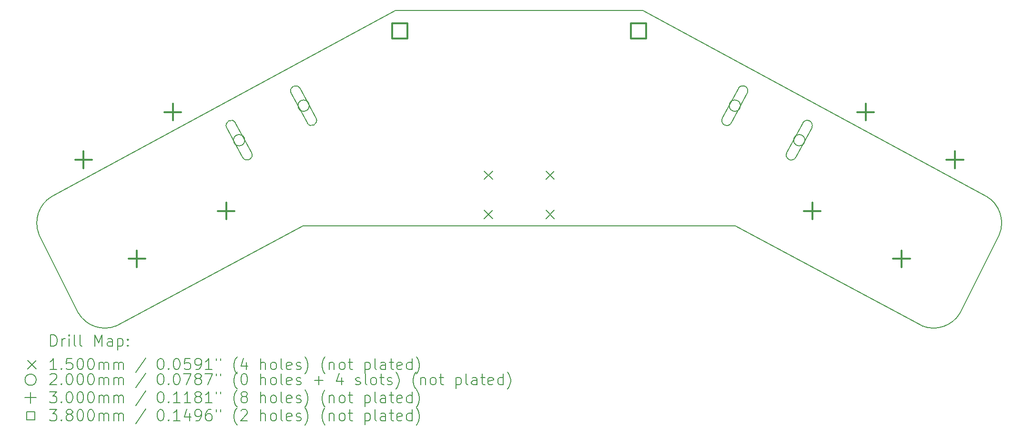
<source format=gbr>
%FSLAX45Y45*%
G04 Gerber Fmt 4.5, Leading zero omitted, Abs format (unit mm)*
G04 Created by KiCad (PCBNEW (6.0.0)) date 2022-01-12 03:25:53*
%MOMM*%
%LPD*%
G01*
G04 APERTURE LIST*
%TA.AperFunction,Profile*%
%ADD10C,0.200000*%
%TD*%
%ADD11C,0.200000*%
%ADD12C,0.150000*%
%ADD13C,0.300000*%
%ADD14C,0.380000*%
G04 APERTURE END LIST*
D10*
X-8300000Y-3305000D02*
G75*
G03*
X-8530000Y-3990000I277519J-474295D01*
G01*
X-7834381Y-5381580D02*
G75*
G03*
X-7155000Y-5611580I472151J276265D01*
G01*
X7155000Y-5611580D02*
G75*
G03*
X7834381Y-5381580I207165J506459D01*
G01*
X3840000Y-3830000D02*
X7155000Y-5611580D01*
X7834381Y-5381580D02*
X8530000Y-3990000D01*
X8530000Y-3990000D02*
G75*
G03*
X8300000Y-3305000I-507519J210705D01*
G01*
X8300000Y-3305000D02*
X2200000Y0D01*
X0Y0D02*
X-2200000Y0D01*
X-3840000Y-3830000D02*
X0Y-3830000D01*
X-8530000Y-3990000D02*
X-7834381Y-5381580D01*
X-2200000Y0D02*
X-8300000Y-3305000D01*
X2200000Y0D02*
X0Y0D01*
X0Y-3830000D02*
X3840000Y-3830000D01*
X-7155000Y-5611580D02*
X-3840000Y-3830000D01*
D11*
D12*
X-625000Y-2855000D02*
X-475000Y-3005000D01*
X-475000Y-2855000D02*
X-625000Y-3005000D01*
X-625000Y-3555000D02*
X-475000Y-3705000D01*
X-475000Y-3555000D02*
X-625000Y-3705000D01*
X475000Y-2855000D02*
X625000Y-3005000D01*
X625000Y-2855000D02*
X475000Y-3005000D01*
X475000Y-3555000D02*
X625000Y-3705000D01*
X625000Y-3555000D02*
X475000Y-3705000D01*
D11*
X-4876437Y-2306721D02*
G75*
G03*
X-4876437Y-2306721I-100000J0D01*
G01*
X-5197713Y-2085053D02*
X-4913721Y-2613587D01*
X-5039153Y-1999855D02*
X-4755161Y-2528390D01*
X-4913721Y-2613587D02*
G75*
G03*
X-4755161Y-2528390I79280J42599D01*
G01*
X-5039153Y-1999855D02*
G75*
G03*
X-5197713Y-2085053I-79280J-42599D01*
G01*
X-3731279Y-1691406D02*
G75*
G03*
X-3731279Y-1691406I-100000J0D01*
G01*
X-4052555Y-1469737D02*
X-3768563Y-1998272D01*
X-3893995Y-1384540D02*
X-3610003Y-1913074D01*
X-3768563Y-1998272D02*
G75*
G03*
X-3610003Y-1913074I79280J42599D01*
G01*
X-3893995Y-1384540D02*
G75*
G03*
X-4052555Y-1469737I-79280J-42599D01*
G01*
X3931279Y-1691406D02*
G75*
G03*
X3931279Y-1691406I-100000J0D01*
G01*
X3768563Y-1998272D02*
X4052555Y-1469737D01*
X3610003Y-1913074D02*
X3893995Y-1384540D01*
X4052555Y-1469737D02*
G75*
G03*
X3893995Y-1384540I-79280J42599D01*
G01*
X3610003Y-1913074D02*
G75*
G03*
X3768563Y-1998272I79280J-42599D01*
G01*
X5076437Y-2306721D02*
G75*
G03*
X5076437Y-2306721I-100000J0D01*
G01*
X4913721Y-2613587D02*
X5197713Y-2085053D01*
X4755161Y-2528390D02*
X5039153Y-1999855D01*
X5197713Y-2085053D02*
G75*
G03*
X5039153Y-1999855I-79280J42599D01*
G01*
X4755161Y-2528390D02*
G75*
G03*
X4913721Y-2613587I79280J-42599D01*
G01*
D13*
X-7740073Y-2506462D02*
X-7740073Y-2806462D01*
X-7890073Y-2656462D02*
X-7590073Y-2656462D01*
X-6793433Y-4268243D02*
X-6793433Y-4568243D01*
X-6943433Y-4418243D02*
X-6643433Y-4418243D01*
X-6154469Y-1654486D02*
X-6154469Y-1954486D01*
X-6304469Y-1804486D02*
X-6004469Y-1804486D01*
X-5207830Y-3416268D02*
X-5207830Y-3716268D01*
X-5357830Y-3566268D02*
X-5057830Y-3566268D01*
X5207830Y-3416268D02*
X5207830Y-3716268D01*
X5057830Y-3566268D02*
X5357830Y-3566268D01*
X6154469Y-1654486D02*
X6154469Y-1954486D01*
X6004469Y-1804486D02*
X6304469Y-1804486D01*
X6793433Y-4268243D02*
X6793433Y-4568243D01*
X6643433Y-4418243D02*
X6943433Y-4418243D01*
X7740073Y-2506462D02*
X7740073Y-2806462D01*
X7590073Y-2656462D02*
X7890073Y-2656462D01*
D14*
X-1985648Y-494352D02*
X-1985648Y-225648D01*
X-2254352Y-225648D01*
X-2254352Y-494352D01*
X-1985648Y-494352D01*
X2254352Y-494352D02*
X2254352Y-225648D01*
X1985648Y-225648D01*
X1985648Y-494352D01*
X2254352Y-494352D01*
D11*
X-8324382Y-5972827D02*
X-8324382Y-5772827D01*
X-8276763Y-5772827D01*
X-8248191Y-5782351D01*
X-8229144Y-5801399D01*
X-8219620Y-5820446D01*
X-8210096Y-5858542D01*
X-8210096Y-5887113D01*
X-8219620Y-5925208D01*
X-8229144Y-5944256D01*
X-8248191Y-5963304D01*
X-8276763Y-5972827D01*
X-8324382Y-5972827D01*
X-8124382Y-5972827D02*
X-8124382Y-5839494D01*
X-8124382Y-5877589D02*
X-8114858Y-5858542D01*
X-8105334Y-5849018D01*
X-8086287Y-5839494D01*
X-8067239Y-5839494D01*
X-8000572Y-5972827D02*
X-8000572Y-5839494D01*
X-8000572Y-5772827D02*
X-8010096Y-5782351D01*
X-8000572Y-5791875D01*
X-7991049Y-5782351D01*
X-8000572Y-5772827D01*
X-8000572Y-5791875D01*
X-7876763Y-5972827D02*
X-7895811Y-5963304D01*
X-7905334Y-5944256D01*
X-7905334Y-5772827D01*
X-7772001Y-5972827D02*
X-7791049Y-5963304D01*
X-7800572Y-5944256D01*
X-7800572Y-5772827D01*
X-7543430Y-5972827D02*
X-7543430Y-5772827D01*
X-7476763Y-5915685D01*
X-7410096Y-5772827D01*
X-7410096Y-5972827D01*
X-7229144Y-5972827D02*
X-7229144Y-5868065D01*
X-7238668Y-5849018D01*
X-7257715Y-5839494D01*
X-7295811Y-5839494D01*
X-7314858Y-5849018D01*
X-7229144Y-5963304D02*
X-7248191Y-5972827D01*
X-7295811Y-5972827D01*
X-7314858Y-5963304D01*
X-7324382Y-5944256D01*
X-7324382Y-5925208D01*
X-7314858Y-5906161D01*
X-7295811Y-5896637D01*
X-7248191Y-5896637D01*
X-7229144Y-5887113D01*
X-7133906Y-5839494D02*
X-7133906Y-6039494D01*
X-7133906Y-5849018D02*
X-7114858Y-5839494D01*
X-7076763Y-5839494D01*
X-7057715Y-5849018D01*
X-7048191Y-5858542D01*
X-7038668Y-5877589D01*
X-7038668Y-5934732D01*
X-7048191Y-5953780D01*
X-7057715Y-5963304D01*
X-7076763Y-5972827D01*
X-7114858Y-5972827D01*
X-7133906Y-5963304D01*
X-6952953Y-5953780D02*
X-6943430Y-5963304D01*
X-6952953Y-5972827D01*
X-6962477Y-5963304D01*
X-6952953Y-5953780D01*
X-6952953Y-5972827D01*
X-6952953Y-5849018D02*
X-6943430Y-5858542D01*
X-6952953Y-5868065D01*
X-6962477Y-5858542D01*
X-6952953Y-5849018D01*
X-6952953Y-5868065D01*
D12*
X-8732001Y-6227351D02*
X-8582001Y-6377351D01*
X-8582001Y-6227351D02*
X-8732001Y-6377351D01*
D11*
X-8219620Y-6392827D02*
X-8333906Y-6392827D01*
X-8276763Y-6392827D02*
X-8276763Y-6192827D01*
X-8295811Y-6221399D01*
X-8314858Y-6240446D01*
X-8333906Y-6249970D01*
X-8133906Y-6373780D02*
X-8124382Y-6383304D01*
X-8133906Y-6392827D01*
X-8143430Y-6383304D01*
X-8133906Y-6373780D01*
X-8133906Y-6392827D01*
X-7943430Y-6192827D02*
X-8038668Y-6192827D01*
X-8048191Y-6288065D01*
X-8038668Y-6278542D01*
X-8019620Y-6269018D01*
X-7972001Y-6269018D01*
X-7952953Y-6278542D01*
X-7943430Y-6288065D01*
X-7933906Y-6307113D01*
X-7933906Y-6354732D01*
X-7943430Y-6373780D01*
X-7952953Y-6383304D01*
X-7972001Y-6392827D01*
X-8019620Y-6392827D01*
X-8038668Y-6383304D01*
X-8048191Y-6373780D01*
X-7810096Y-6192827D02*
X-7791049Y-6192827D01*
X-7772001Y-6202351D01*
X-7762477Y-6211875D01*
X-7752953Y-6230923D01*
X-7743430Y-6269018D01*
X-7743430Y-6316637D01*
X-7752953Y-6354732D01*
X-7762477Y-6373780D01*
X-7772001Y-6383304D01*
X-7791049Y-6392827D01*
X-7810096Y-6392827D01*
X-7829144Y-6383304D01*
X-7838668Y-6373780D01*
X-7848191Y-6354732D01*
X-7857715Y-6316637D01*
X-7857715Y-6269018D01*
X-7848191Y-6230923D01*
X-7838668Y-6211875D01*
X-7829144Y-6202351D01*
X-7810096Y-6192827D01*
X-7619620Y-6192827D02*
X-7600572Y-6192827D01*
X-7581525Y-6202351D01*
X-7572001Y-6211875D01*
X-7562477Y-6230923D01*
X-7552953Y-6269018D01*
X-7552953Y-6316637D01*
X-7562477Y-6354732D01*
X-7572001Y-6373780D01*
X-7581525Y-6383304D01*
X-7600572Y-6392827D01*
X-7619620Y-6392827D01*
X-7638668Y-6383304D01*
X-7648191Y-6373780D01*
X-7657715Y-6354732D01*
X-7667239Y-6316637D01*
X-7667239Y-6269018D01*
X-7657715Y-6230923D01*
X-7648191Y-6211875D01*
X-7638668Y-6202351D01*
X-7619620Y-6192827D01*
X-7467239Y-6392827D02*
X-7467239Y-6259494D01*
X-7467239Y-6278542D02*
X-7457715Y-6269018D01*
X-7438668Y-6259494D01*
X-7410096Y-6259494D01*
X-7391049Y-6269018D01*
X-7381525Y-6288065D01*
X-7381525Y-6392827D01*
X-7381525Y-6288065D02*
X-7372001Y-6269018D01*
X-7352953Y-6259494D01*
X-7324382Y-6259494D01*
X-7305334Y-6269018D01*
X-7295811Y-6288065D01*
X-7295811Y-6392827D01*
X-7200572Y-6392827D02*
X-7200572Y-6259494D01*
X-7200572Y-6278542D02*
X-7191049Y-6269018D01*
X-7172001Y-6259494D01*
X-7143430Y-6259494D01*
X-7124382Y-6269018D01*
X-7114858Y-6288065D01*
X-7114858Y-6392827D01*
X-7114858Y-6288065D02*
X-7105334Y-6269018D01*
X-7086287Y-6259494D01*
X-7057715Y-6259494D01*
X-7038668Y-6269018D01*
X-7029144Y-6288065D01*
X-7029144Y-6392827D01*
X-6638668Y-6183304D02*
X-6810096Y-6440446D01*
X-6381525Y-6192827D02*
X-6362477Y-6192827D01*
X-6343430Y-6202351D01*
X-6333906Y-6211875D01*
X-6324382Y-6230923D01*
X-6314858Y-6269018D01*
X-6314858Y-6316637D01*
X-6324382Y-6354732D01*
X-6333906Y-6373780D01*
X-6343430Y-6383304D01*
X-6362477Y-6392827D01*
X-6381525Y-6392827D01*
X-6400572Y-6383304D01*
X-6410096Y-6373780D01*
X-6419620Y-6354732D01*
X-6429144Y-6316637D01*
X-6429144Y-6269018D01*
X-6419620Y-6230923D01*
X-6410096Y-6211875D01*
X-6400572Y-6202351D01*
X-6381525Y-6192827D01*
X-6229144Y-6373780D02*
X-6219620Y-6383304D01*
X-6229144Y-6392827D01*
X-6238668Y-6383304D01*
X-6229144Y-6373780D01*
X-6229144Y-6392827D01*
X-6095811Y-6192827D02*
X-6076763Y-6192827D01*
X-6057715Y-6202351D01*
X-6048191Y-6211875D01*
X-6038668Y-6230923D01*
X-6029144Y-6269018D01*
X-6029144Y-6316637D01*
X-6038668Y-6354732D01*
X-6048191Y-6373780D01*
X-6057715Y-6383304D01*
X-6076763Y-6392827D01*
X-6095811Y-6392827D01*
X-6114858Y-6383304D01*
X-6124382Y-6373780D01*
X-6133906Y-6354732D01*
X-6143430Y-6316637D01*
X-6143430Y-6269018D01*
X-6133906Y-6230923D01*
X-6124382Y-6211875D01*
X-6114858Y-6202351D01*
X-6095811Y-6192827D01*
X-5848191Y-6192827D02*
X-5943430Y-6192827D01*
X-5952953Y-6288065D01*
X-5943430Y-6278542D01*
X-5924382Y-6269018D01*
X-5876763Y-6269018D01*
X-5857715Y-6278542D01*
X-5848191Y-6288065D01*
X-5838668Y-6307113D01*
X-5838668Y-6354732D01*
X-5848191Y-6373780D01*
X-5857715Y-6383304D01*
X-5876763Y-6392827D01*
X-5924382Y-6392827D01*
X-5943430Y-6383304D01*
X-5952953Y-6373780D01*
X-5743430Y-6392827D02*
X-5705334Y-6392827D01*
X-5686287Y-6383304D01*
X-5676763Y-6373780D01*
X-5657715Y-6345208D01*
X-5648191Y-6307113D01*
X-5648191Y-6230923D01*
X-5657715Y-6211875D01*
X-5667239Y-6202351D01*
X-5686287Y-6192827D01*
X-5724382Y-6192827D01*
X-5743430Y-6202351D01*
X-5752953Y-6211875D01*
X-5762477Y-6230923D01*
X-5762477Y-6278542D01*
X-5752953Y-6297589D01*
X-5743430Y-6307113D01*
X-5724382Y-6316637D01*
X-5686287Y-6316637D01*
X-5667239Y-6307113D01*
X-5657715Y-6297589D01*
X-5648191Y-6278542D01*
X-5457715Y-6392827D02*
X-5572001Y-6392827D01*
X-5514858Y-6392827D02*
X-5514858Y-6192827D01*
X-5533906Y-6221399D01*
X-5552953Y-6240446D01*
X-5572001Y-6249970D01*
X-5381525Y-6192827D02*
X-5381525Y-6230923D01*
X-5305334Y-6192827D02*
X-5305334Y-6230923D01*
X-5010096Y-6469018D02*
X-5019620Y-6459494D01*
X-5038668Y-6430923D01*
X-5048192Y-6411875D01*
X-5057715Y-6383304D01*
X-5067239Y-6335685D01*
X-5067239Y-6297589D01*
X-5057715Y-6249970D01*
X-5048192Y-6221399D01*
X-5038668Y-6202351D01*
X-5019620Y-6173780D01*
X-5010096Y-6164256D01*
X-4848192Y-6259494D02*
X-4848192Y-6392827D01*
X-4895811Y-6183304D02*
X-4943430Y-6326161D01*
X-4819620Y-6326161D01*
X-4591049Y-6392827D02*
X-4591049Y-6192827D01*
X-4505334Y-6392827D02*
X-4505334Y-6288065D01*
X-4514858Y-6269018D01*
X-4533906Y-6259494D01*
X-4562477Y-6259494D01*
X-4581525Y-6269018D01*
X-4591049Y-6278542D01*
X-4381525Y-6392827D02*
X-4400573Y-6383304D01*
X-4410096Y-6373780D01*
X-4419620Y-6354732D01*
X-4419620Y-6297589D01*
X-4410096Y-6278542D01*
X-4400573Y-6269018D01*
X-4381525Y-6259494D01*
X-4352953Y-6259494D01*
X-4333906Y-6269018D01*
X-4324382Y-6278542D01*
X-4314858Y-6297589D01*
X-4314858Y-6354732D01*
X-4324382Y-6373780D01*
X-4333906Y-6383304D01*
X-4352953Y-6392827D01*
X-4381525Y-6392827D01*
X-4200573Y-6392827D02*
X-4219620Y-6383304D01*
X-4229144Y-6364256D01*
X-4229144Y-6192827D01*
X-4048191Y-6383304D02*
X-4067239Y-6392827D01*
X-4105334Y-6392827D01*
X-4124382Y-6383304D01*
X-4133906Y-6364256D01*
X-4133906Y-6288065D01*
X-4124382Y-6269018D01*
X-4105334Y-6259494D01*
X-4067239Y-6259494D01*
X-4048191Y-6269018D01*
X-4038668Y-6288065D01*
X-4038668Y-6307113D01*
X-4133906Y-6326161D01*
X-3962477Y-6383304D02*
X-3943430Y-6392827D01*
X-3905334Y-6392827D01*
X-3886287Y-6383304D01*
X-3876763Y-6364256D01*
X-3876763Y-6354732D01*
X-3886287Y-6335685D01*
X-3905334Y-6326161D01*
X-3933906Y-6326161D01*
X-3952953Y-6316637D01*
X-3962477Y-6297589D01*
X-3962477Y-6288065D01*
X-3952953Y-6269018D01*
X-3933906Y-6259494D01*
X-3905334Y-6259494D01*
X-3886287Y-6269018D01*
X-3810096Y-6469018D02*
X-3800572Y-6459494D01*
X-3781525Y-6430923D01*
X-3772001Y-6411875D01*
X-3762477Y-6383304D01*
X-3752953Y-6335685D01*
X-3752953Y-6297589D01*
X-3762477Y-6249970D01*
X-3772001Y-6221399D01*
X-3781525Y-6202351D01*
X-3800572Y-6173780D01*
X-3810096Y-6164256D01*
X-3448191Y-6469018D02*
X-3457715Y-6459494D01*
X-3476763Y-6430923D01*
X-3486287Y-6411875D01*
X-3495811Y-6383304D01*
X-3505334Y-6335685D01*
X-3505334Y-6297589D01*
X-3495811Y-6249970D01*
X-3486287Y-6221399D01*
X-3476763Y-6202351D01*
X-3457715Y-6173780D01*
X-3448191Y-6164256D01*
X-3372001Y-6259494D02*
X-3372001Y-6392827D01*
X-3372001Y-6278542D02*
X-3362477Y-6269018D01*
X-3343430Y-6259494D01*
X-3314858Y-6259494D01*
X-3295811Y-6269018D01*
X-3286287Y-6288065D01*
X-3286287Y-6392827D01*
X-3162477Y-6392827D02*
X-3181525Y-6383304D01*
X-3191049Y-6373780D01*
X-3200572Y-6354732D01*
X-3200572Y-6297589D01*
X-3191049Y-6278542D01*
X-3181525Y-6269018D01*
X-3162477Y-6259494D01*
X-3133906Y-6259494D01*
X-3114858Y-6269018D01*
X-3105334Y-6278542D01*
X-3095811Y-6297589D01*
X-3095811Y-6354732D01*
X-3105334Y-6373780D01*
X-3114858Y-6383304D01*
X-3133906Y-6392827D01*
X-3162477Y-6392827D01*
X-3038668Y-6259494D02*
X-2962477Y-6259494D01*
X-3010096Y-6192827D02*
X-3010096Y-6364256D01*
X-3000572Y-6383304D01*
X-2981525Y-6392827D01*
X-2962477Y-6392827D01*
X-2743430Y-6259494D02*
X-2743430Y-6459494D01*
X-2743430Y-6269018D02*
X-2724382Y-6259494D01*
X-2686287Y-6259494D01*
X-2667239Y-6269018D01*
X-2657715Y-6278542D01*
X-2648192Y-6297589D01*
X-2648192Y-6354732D01*
X-2657715Y-6373780D01*
X-2667239Y-6383304D01*
X-2686287Y-6392827D01*
X-2724382Y-6392827D01*
X-2743430Y-6383304D01*
X-2533906Y-6392827D02*
X-2552953Y-6383304D01*
X-2562477Y-6364256D01*
X-2562477Y-6192827D01*
X-2372001Y-6392827D02*
X-2372001Y-6288065D01*
X-2381525Y-6269018D01*
X-2400573Y-6259494D01*
X-2438668Y-6259494D01*
X-2457715Y-6269018D01*
X-2372001Y-6383304D02*
X-2391049Y-6392827D01*
X-2438668Y-6392827D01*
X-2457715Y-6383304D01*
X-2467239Y-6364256D01*
X-2467239Y-6345208D01*
X-2457715Y-6326161D01*
X-2438668Y-6316637D01*
X-2391049Y-6316637D01*
X-2372001Y-6307113D01*
X-2305334Y-6259494D02*
X-2229144Y-6259494D01*
X-2276763Y-6192827D02*
X-2276763Y-6364256D01*
X-2267239Y-6383304D01*
X-2248192Y-6392827D01*
X-2229144Y-6392827D01*
X-2086287Y-6383304D02*
X-2105334Y-6392827D01*
X-2143430Y-6392827D01*
X-2162477Y-6383304D01*
X-2172001Y-6364256D01*
X-2172001Y-6288065D01*
X-2162477Y-6269018D01*
X-2143430Y-6259494D01*
X-2105334Y-6259494D01*
X-2086287Y-6269018D01*
X-2076763Y-6288065D01*
X-2076763Y-6307113D01*
X-2172001Y-6326161D01*
X-1905334Y-6392827D02*
X-1905334Y-6192827D01*
X-1905334Y-6383304D02*
X-1924382Y-6392827D01*
X-1962477Y-6392827D01*
X-1981525Y-6383304D01*
X-1991049Y-6373780D01*
X-2000572Y-6354732D01*
X-2000572Y-6297589D01*
X-1991049Y-6278542D01*
X-1981525Y-6269018D01*
X-1962477Y-6259494D01*
X-1924382Y-6259494D01*
X-1905334Y-6269018D01*
X-1829144Y-6469018D02*
X-1819620Y-6459494D01*
X-1800572Y-6430923D01*
X-1791049Y-6411875D01*
X-1781525Y-6383304D01*
X-1772001Y-6335685D01*
X-1772001Y-6297589D01*
X-1781525Y-6249970D01*
X-1791049Y-6221399D01*
X-1800572Y-6202351D01*
X-1819620Y-6173780D01*
X-1829144Y-6164256D01*
X-8582001Y-6572351D02*
G75*
G03*
X-8582001Y-6572351I-100000J0D01*
G01*
X-8333906Y-6481875D02*
X-8324382Y-6472351D01*
X-8305334Y-6462827D01*
X-8257715Y-6462827D01*
X-8238668Y-6472351D01*
X-8229144Y-6481875D01*
X-8219620Y-6500923D01*
X-8219620Y-6519970D01*
X-8229144Y-6548542D01*
X-8343430Y-6662827D01*
X-8219620Y-6662827D01*
X-8133906Y-6643780D02*
X-8124382Y-6653304D01*
X-8133906Y-6662827D01*
X-8143430Y-6653304D01*
X-8133906Y-6643780D01*
X-8133906Y-6662827D01*
X-8000572Y-6462827D02*
X-7981525Y-6462827D01*
X-7962477Y-6472351D01*
X-7952953Y-6481875D01*
X-7943430Y-6500923D01*
X-7933906Y-6539018D01*
X-7933906Y-6586637D01*
X-7943430Y-6624732D01*
X-7952953Y-6643780D01*
X-7962477Y-6653304D01*
X-7981525Y-6662827D01*
X-8000572Y-6662827D01*
X-8019620Y-6653304D01*
X-8029144Y-6643780D01*
X-8038668Y-6624732D01*
X-8048191Y-6586637D01*
X-8048191Y-6539018D01*
X-8038668Y-6500923D01*
X-8029144Y-6481875D01*
X-8019620Y-6472351D01*
X-8000572Y-6462827D01*
X-7810096Y-6462827D02*
X-7791049Y-6462827D01*
X-7772001Y-6472351D01*
X-7762477Y-6481875D01*
X-7752953Y-6500923D01*
X-7743430Y-6539018D01*
X-7743430Y-6586637D01*
X-7752953Y-6624732D01*
X-7762477Y-6643780D01*
X-7772001Y-6653304D01*
X-7791049Y-6662827D01*
X-7810096Y-6662827D01*
X-7829144Y-6653304D01*
X-7838668Y-6643780D01*
X-7848191Y-6624732D01*
X-7857715Y-6586637D01*
X-7857715Y-6539018D01*
X-7848191Y-6500923D01*
X-7838668Y-6481875D01*
X-7829144Y-6472351D01*
X-7810096Y-6462827D01*
X-7619620Y-6462827D02*
X-7600572Y-6462827D01*
X-7581525Y-6472351D01*
X-7572001Y-6481875D01*
X-7562477Y-6500923D01*
X-7552953Y-6539018D01*
X-7552953Y-6586637D01*
X-7562477Y-6624732D01*
X-7572001Y-6643780D01*
X-7581525Y-6653304D01*
X-7600572Y-6662827D01*
X-7619620Y-6662827D01*
X-7638668Y-6653304D01*
X-7648191Y-6643780D01*
X-7657715Y-6624732D01*
X-7667239Y-6586637D01*
X-7667239Y-6539018D01*
X-7657715Y-6500923D01*
X-7648191Y-6481875D01*
X-7638668Y-6472351D01*
X-7619620Y-6462827D01*
X-7467239Y-6662827D02*
X-7467239Y-6529494D01*
X-7467239Y-6548542D02*
X-7457715Y-6539018D01*
X-7438668Y-6529494D01*
X-7410096Y-6529494D01*
X-7391049Y-6539018D01*
X-7381525Y-6558065D01*
X-7381525Y-6662827D01*
X-7381525Y-6558065D02*
X-7372001Y-6539018D01*
X-7352953Y-6529494D01*
X-7324382Y-6529494D01*
X-7305334Y-6539018D01*
X-7295811Y-6558065D01*
X-7295811Y-6662827D01*
X-7200572Y-6662827D02*
X-7200572Y-6529494D01*
X-7200572Y-6548542D02*
X-7191049Y-6539018D01*
X-7172001Y-6529494D01*
X-7143430Y-6529494D01*
X-7124382Y-6539018D01*
X-7114858Y-6558065D01*
X-7114858Y-6662827D01*
X-7114858Y-6558065D02*
X-7105334Y-6539018D01*
X-7086287Y-6529494D01*
X-7057715Y-6529494D01*
X-7038668Y-6539018D01*
X-7029144Y-6558065D01*
X-7029144Y-6662827D01*
X-6638668Y-6453304D02*
X-6810096Y-6710446D01*
X-6381525Y-6462827D02*
X-6362477Y-6462827D01*
X-6343430Y-6472351D01*
X-6333906Y-6481875D01*
X-6324382Y-6500923D01*
X-6314858Y-6539018D01*
X-6314858Y-6586637D01*
X-6324382Y-6624732D01*
X-6333906Y-6643780D01*
X-6343430Y-6653304D01*
X-6362477Y-6662827D01*
X-6381525Y-6662827D01*
X-6400572Y-6653304D01*
X-6410096Y-6643780D01*
X-6419620Y-6624732D01*
X-6429144Y-6586637D01*
X-6429144Y-6539018D01*
X-6419620Y-6500923D01*
X-6410096Y-6481875D01*
X-6400572Y-6472351D01*
X-6381525Y-6462827D01*
X-6229144Y-6643780D02*
X-6219620Y-6653304D01*
X-6229144Y-6662827D01*
X-6238668Y-6653304D01*
X-6229144Y-6643780D01*
X-6229144Y-6662827D01*
X-6095811Y-6462827D02*
X-6076763Y-6462827D01*
X-6057715Y-6472351D01*
X-6048191Y-6481875D01*
X-6038668Y-6500923D01*
X-6029144Y-6539018D01*
X-6029144Y-6586637D01*
X-6038668Y-6624732D01*
X-6048191Y-6643780D01*
X-6057715Y-6653304D01*
X-6076763Y-6662827D01*
X-6095811Y-6662827D01*
X-6114858Y-6653304D01*
X-6124382Y-6643780D01*
X-6133906Y-6624732D01*
X-6143430Y-6586637D01*
X-6143430Y-6539018D01*
X-6133906Y-6500923D01*
X-6124382Y-6481875D01*
X-6114858Y-6472351D01*
X-6095811Y-6462827D01*
X-5962477Y-6462827D02*
X-5829144Y-6462827D01*
X-5914858Y-6662827D01*
X-5724382Y-6548542D02*
X-5743430Y-6539018D01*
X-5752953Y-6529494D01*
X-5762477Y-6510446D01*
X-5762477Y-6500923D01*
X-5752953Y-6481875D01*
X-5743430Y-6472351D01*
X-5724382Y-6462827D01*
X-5686287Y-6462827D01*
X-5667239Y-6472351D01*
X-5657715Y-6481875D01*
X-5648191Y-6500923D01*
X-5648191Y-6510446D01*
X-5657715Y-6529494D01*
X-5667239Y-6539018D01*
X-5686287Y-6548542D01*
X-5724382Y-6548542D01*
X-5743430Y-6558065D01*
X-5752953Y-6567589D01*
X-5762477Y-6586637D01*
X-5762477Y-6624732D01*
X-5752953Y-6643780D01*
X-5743430Y-6653304D01*
X-5724382Y-6662827D01*
X-5686287Y-6662827D01*
X-5667239Y-6653304D01*
X-5657715Y-6643780D01*
X-5648191Y-6624732D01*
X-5648191Y-6586637D01*
X-5657715Y-6567589D01*
X-5667239Y-6558065D01*
X-5686287Y-6548542D01*
X-5581525Y-6462827D02*
X-5448192Y-6462827D01*
X-5533906Y-6662827D01*
X-5381525Y-6462827D02*
X-5381525Y-6500923D01*
X-5305334Y-6462827D02*
X-5305334Y-6500923D01*
X-5010096Y-6739018D02*
X-5019620Y-6729494D01*
X-5038668Y-6700923D01*
X-5048192Y-6681875D01*
X-5057715Y-6653304D01*
X-5067239Y-6605685D01*
X-5067239Y-6567589D01*
X-5057715Y-6519970D01*
X-5048192Y-6491399D01*
X-5038668Y-6472351D01*
X-5019620Y-6443780D01*
X-5010096Y-6434256D01*
X-4895811Y-6462827D02*
X-4876763Y-6462827D01*
X-4857715Y-6472351D01*
X-4848192Y-6481875D01*
X-4838668Y-6500923D01*
X-4829144Y-6539018D01*
X-4829144Y-6586637D01*
X-4838668Y-6624732D01*
X-4848192Y-6643780D01*
X-4857715Y-6653304D01*
X-4876763Y-6662827D01*
X-4895811Y-6662827D01*
X-4914858Y-6653304D01*
X-4924382Y-6643780D01*
X-4933906Y-6624732D01*
X-4943430Y-6586637D01*
X-4943430Y-6539018D01*
X-4933906Y-6500923D01*
X-4924382Y-6481875D01*
X-4914858Y-6472351D01*
X-4895811Y-6462827D01*
X-4591049Y-6662827D02*
X-4591049Y-6462827D01*
X-4505334Y-6662827D02*
X-4505334Y-6558065D01*
X-4514858Y-6539018D01*
X-4533906Y-6529494D01*
X-4562477Y-6529494D01*
X-4581525Y-6539018D01*
X-4591049Y-6548542D01*
X-4381525Y-6662827D02*
X-4400573Y-6653304D01*
X-4410096Y-6643780D01*
X-4419620Y-6624732D01*
X-4419620Y-6567589D01*
X-4410096Y-6548542D01*
X-4400573Y-6539018D01*
X-4381525Y-6529494D01*
X-4352953Y-6529494D01*
X-4333906Y-6539018D01*
X-4324382Y-6548542D01*
X-4314858Y-6567589D01*
X-4314858Y-6624732D01*
X-4324382Y-6643780D01*
X-4333906Y-6653304D01*
X-4352953Y-6662827D01*
X-4381525Y-6662827D01*
X-4200573Y-6662827D02*
X-4219620Y-6653304D01*
X-4229144Y-6634256D01*
X-4229144Y-6462827D01*
X-4048191Y-6653304D02*
X-4067239Y-6662827D01*
X-4105334Y-6662827D01*
X-4124382Y-6653304D01*
X-4133906Y-6634256D01*
X-4133906Y-6558065D01*
X-4124382Y-6539018D01*
X-4105334Y-6529494D01*
X-4067239Y-6529494D01*
X-4048191Y-6539018D01*
X-4038668Y-6558065D01*
X-4038668Y-6577113D01*
X-4133906Y-6596161D01*
X-3962477Y-6653304D02*
X-3943430Y-6662827D01*
X-3905334Y-6662827D01*
X-3886287Y-6653304D01*
X-3876763Y-6634256D01*
X-3876763Y-6624732D01*
X-3886287Y-6605685D01*
X-3905334Y-6596161D01*
X-3933906Y-6596161D01*
X-3952953Y-6586637D01*
X-3962477Y-6567589D01*
X-3962477Y-6558065D01*
X-3952953Y-6539018D01*
X-3933906Y-6529494D01*
X-3905334Y-6529494D01*
X-3886287Y-6539018D01*
X-3638668Y-6586637D02*
X-3486287Y-6586637D01*
X-3562477Y-6662827D02*
X-3562477Y-6510446D01*
X-3152953Y-6529494D02*
X-3152953Y-6662827D01*
X-3200572Y-6453304D02*
X-3248191Y-6596161D01*
X-3124382Y-6596161D01*
X-2905334Y-6653304D02*
X-2886287Y-6662827D01*
X-2848191Y-6662827D01*
X-2829144Y-6653304D01*
X-2819620Y-6634256D01*
X-2819620Y-6624732D01*
X-2829144Y-6605685D01*
X-2848191Y-6596161D01*
X-2876763Y-6596161D01*
X-2895811Y-6586637D01*
X-2905334Y-6567589D01*
X-2905334Y-6558065D01*
X-2895811Y-6539018D01*
X-2876763Y-6529494D01*
X-2848191Y-6529494D01*
X-2829144Y-6539018D01*
X-2705334Y-6662827D02*
X-2724382Y-6653304D01*
X-2733906Y-6634256D01*
X-2733906Y-6462827D01*
X-2600573Y-6662827D02*
X-2619620Y-6653304D01*
X-2629144Y-6643780D01*
X-2638668Y-6624732D01*
X-2638668Y-6567589D01*
X-2629144Y-6548542D01*
X-2619620Y-6539018D01*
X-2600573Y-6529494D01*
X-2572001Y-6529494D01*
X-2552953Y-6539018D01*
X-2543430Y-6548542D01*
X-2533906Y-6567589D01*
X-2533906Y-6624732D01*
X-2543430Y-6643780D01*
X-2552953Y-6653304D01*
X-2572001Y-6662827D01*
X-2600573Y-6662827D01*
X-2476763Y-6529494D02*
X-2400573Y-6529494D01*
X-2448192Y-6462827D02*
X-2448192Y-6634256D01*
X-2438668Y-6653304D01*
X-2419620Y-6662827D01*
X-2400573Y-6662827D01*
X-2343430Y-6653304D02*
X-2324382Y-6662827D01*
X-2286287Y-6662827D01*
X-2267239Y-6653304D01*
X-2257715Y-6634256D01*
X-2257715Y-6624732D01*
X-2267239Y-6605685D01*
X-2286287Y-6596161D01*
X-2314858Y-6596161D01*
X-2333906Y-6586637D01*
X-2343430Y-6567589D01*
X-2343430Y-6558065D01*
X-2333906Y-6539018D01*
X-2314858Y-6529494D01*
X-2286287Y-6529494D01*
X-2267239Y-6539018D01*
X-2191049Y-6739018D02*
X-2181525Y-6729494D01*
X-2162477Y-6700923D01*
X-2152953Y-6681875D01*
X-2143430Y-6653304D01*
X-2133906Y-6605685D01*
X-2133906Y-6567589D01*
X-2143430Y-6519970D01*
X-2152953Y-6491399D01*
X-2162477Y-6472351D01*
X-2181525Y-6443780D01*
X-2191049Y-6434256D01*
X-1829144Y-6739018D02*
X-1838668Y-6729494D01*
X-1857715Y-6700923D01*
X-1867239Y-6681875D01*
X-1876763Y-6653304D01*
X-1886287Y-6605685D01*
X-1886287Y-6567589D01*
X-1876763Y-6519970D01*
X-1867239Y-6491399D01*
X-1857715Y-6472351D01*
X-1838668Y-6443780D01*
X-1829144Y-6434256D01*
X-1752953Y-6529494D02*
X-1752953Y-6662827D01*
X-1752953Y-6548542D02*
X-1743430Y-6539018D01*
X-1724382Y-6529494D01*
X-1695811Y-6529494D01*
X-1676763Y-6539018D01*
X-1667239Y-6558065D01*
X-1667239Y-6662827D01*
X-1543430Y-6662827D02*
X-1562477Y-6653304D01*
X-1572001Y-6643780D01*
X-1581525Y-6624732D01*
X-1581525Y-6567589D01*
X-1572001Y-6548542D01*
X-1562477Y-6539018D01*
X-1543430Y-6529494D01*
X-1514858Y-6529494D01*
X-1495811Y-6539018D01*
X-1486287Y-6548542D01*
X-1476763Y-6567589D01*
X-1476763Y-6624732D01*
X-1486287Y-6643780D01*
X-1495811Y-6653304D01*
X-1514858Y-6662827D01*
X-1543430Y-6662827D01*
X-1419620Y-6529494D02*
X-1343430Y-6529494D01*
X-1391049Y-6462827D02*
X-1391049Y-6634256D01*
X-1381525Y-6653304D01*
X-1362477Y-6662827D01*
X-1343430Y-6662827D01*
X-1124382Y-6529494D02*
X-1124382Y-6729494D01*
X-1124382Y-6539018D02*
X-1105334Y-6529494D01*
X-1067239Y-6529494D01*
X-1048191Y-6539018D01*
X-1038668Y-6548542D01*
X-1029144Y-6567589D01*
X-1029144Y-6624732D01*
X-1038668Y-6643780D01*
X-1048191Y-6653304D01*
X-1067239Y-6662827D01*
X-1105334Y-6662827D01*
X-1124382Y-6653304D01*
X-914858Y-6662827D02*
X-933906Y-6653304D01*
X-943430Y-6634256D01*
X-943430Y-6462827D01*
X-752953Y-6662827D02*
X-752953Y-6558065D01*
X-762477Y-6539018D01*
X-781525Y-6529494D01*
X-819620Y-6529494D01*
X-838668Y-6539018D01*
X-752953Y-6653304D02*
X-772001Y-6662827D01*
X-819620Y-6662827D01*
X-838668Y-6653304D01*
X-848191Y-6634256D01*
X-848191Y-6615208D01*
X-838668Y-6596161D01*
X-819620Y-6586637D01*
X-772001Y-6586637D01*
X-752953Y-6577113D01*
X-686287Y-6529494D02*
X-610096Y-6529494D01*
X-657715Y-6462827D02*
X-657715Y-6634256D01*
X-648192Y-6653304D01*
X-629144Y-6662827D01*
X-610096Y-6662827D01*
X-467239Y-6653304D02*
X-486287Y-6662827D01*
X-524382Y-6662827D01*
X-543430Y-6653304D01*
X-552953Y-6634256D01*
X-552953Y-6558065D01*
X-543430Y-6539018D01*
X-524382Y-6529494D01*
X-486287Y-6529494D01*
X-467239Y-6539018D01*
X-457715Y-6558065D01*
X-457715Y-6577113D01*
X-552953Y-6596161D01*
X-286287Y-6662827D02*
X-286287Y-6462827D01*
X-286287Y-6653304D02*
X-305334Y-6662827D01*
X-343430Y-6662827D01*
X-362477Y-6653304D01*
X-372001Y-6643780D01*
X-381525Y-6624732D01*
X-381525Y-6567589D01*
X-372001Y-6548542D01*
X-362477Y-6539018D01*
X-343430Y-6529494D01*
X-305334Y-6529494D01*
X-286287Y-6539018D01*
X-210096Y-6739018D02*
X-200572Y-6729494D01*
X-181525Y-6700923D01*
X-172001Y-6681875D01*
X-162477Y-6653304D01*
X-152953Y-6605685D01*
X-152953Y-6567589D01*
X-162477Y-6519970D01*
X-172001Y-6491399D01*
X-181525Y-6472351D01*
X-200572Y-6443780D01*
X-210096Y-6434256D01*
X-8682001Y-6792351D02*
X-8682001Y-6992351D01*
X-8782001Y-6892351D02*
X-8582001Y-6892351D01*
X-8343430Y-6782827D02*
X-8219620Y-6782827D01*
X-8286287Y-6859018D01*
X-8257715Y-6859018D01*
X-8238668Y-6868542D01*
X-8229144Y-6878065D01*
X-8219620Y-6897113D01*
X-8219620Y-6944732D01*
X-8229144Y-6963780D01*
X-8238668Y-6973304D01*
X-8257715Y-6982827D01*
X-8314858Y-6982827D01*
X-8333906Y-6973304D01*
X-8343430Y-6963780D01*
X-8133906Y-6963780D02*
X-8124382Y-6973304D01*
X-8133906Y-6982827D01*
X-8143430Y-6973304D01*
X-8133906Y-6963780D01*
X-8133906Y-6982827D01*
X-8000572Y-6782827D02*
X-7981525Y-6782827D01*
X-7962477Y-6792351D01*
X-7952953Y-6801875D01*
X-7943430Y-6820923D01*
X-7933906Y-6859018D01*
X-7933906Y-6906637D01*
X-7943430Y-6944732D01*
X-7952953Y-6963780D01*
X-7962477Y-6973304D01*
X-7981525Y-6982827D01*
X-8000572Y-6982827D01*
X-8019620Y-6973304D01*
X-8029144Y-6963780D01*
X-8038668Y-6944732D01*
X-8048191Y-6906637D01*
X-8048191Y-6859018D01*
X-8038668Y-6820923D01*
X-8029144Y-6801875D01*
X-8019620Y-6792351D01*
X-8000572Y-6782827D01*
X-7810096Y-6782827D02*
X-7791049Y-6782827D01*
X-7772001Y-6792351D01*
X-7762477Y-6801875D01*
X-7752953Y-6820923D01*
X-7743430Y-6859018D01*
X-7743430Y-6906637D01*
X-7752953Y-6944732D01*
X-7762477Y-6963780D01*
X-7772001Y-6973304D01*
X-7791049Y-6982827D01*
X-7810096Y-6982827D01*
X-7829144Y-6973304D01*
X-7838668Y-6963780D01*
X-7848191Y-6944732D01*
X-7857715Y-6906637D01*
X-7857715Y-6859018D01*
X-7848191Y-6820923D01*
X-7838668Y-6801875D01*
X-7829144Y-6792351D01*
X-7810096Y-6782827D01*
X-7619620Y-6782827D02*
X-7600572Y-6782827D01*
X-7581525Y-6792351D01*
X-7572001Y-6801875D01*
X-7562477Y-6820923D01*
X-7552953Y-6859018D01*
X-7552953Y-6906637D01*
X-7562477Y-6944732D01*
X-7572001Y-6963780D01*
X-7581525Y-6973304D01*
X-7600572Y-6982827D01*
X-7619620Y-6982827D01*
X-7638668Y-6973304D01*
X-7648191Y-6963780D01*
X-7657715Y-6944732D01*
X-7667239Y-6906637D01*
X-7667239Y-6859018D01*
X-7657715Y-6820923D01*
X-7648191Y-6801875D01*
X-7638668Y-6792351D01*
X-7619620Y-6782827D01*
X-7467239Y-6982827D02*
X-7467239Y-6849494D01*
X-7467239Y-6868542D02*
X-7457715Y-6859018D01*
X-7438668Y-6849494D01*
X-7410096Y-6849494D01*
X-7391049Y-6859018D01*
X-7381525Y-6878065D01*
X-7381525Y-6982827D01*
X-7381525Y-6878065D02*
X-7372001Y-6859018D01*
X-7352953Y-6849494D01*
X-7324382Y-6849494D01*
X-7305334Y-6859018D01*
X-7295811Y-6878065D01*
X-7295811Y-6982827D01*
X-7200572Y-6982827D02*
X-7200572Y-6849494D01*
X-7200572Y-6868542D02*
X-7191049Y-6859018D01*
X-7172001Y-6849494D01*
X-7143430Y-6849494D01*
X-7124382Y-6859018D01*
X-7114858Y-6878065D01*
X-7114858Y-6982827D01*
X-7114858Y-6878065D02*
X-7105334Y-6859018D01*
X-7086287Y-6849494D01*
X-7057715Y-6849494D01*
X-7038668Y-6859018D01*
X-7029144Y-6878065D01*
X-7029144Y-6982827D01*
X-6638668Y-6773304D02*
X-6810096Y-7030446D01*
X-6381525Y-6782827D02*
X-6362477Y-6782827D01*
X-6343430Y-6792351D01*
X-6333906Y-6801875D01*
X-6324382Y-6820923D01*
X-6314858Y-6859018D01*
X-6314858Y-6906637D01*
X-6324382Y-6944732D01*
X-6333906Y-6963780D01*
X-6343430Y-6973304D01*
X-6362477Y-6982827D01*
X-6381525Y-6982827D01*
X-6400572Y-6973304D01*
X-6410096Y-6963780D01*
X-6419620Y-6944732D01*
X-6429144Y-6906637D01*
X-6429144Y-6859018D01*
X-6419620Y-6820923D01*
X-6410096Y-6801875D01*
X-6400572Y-6792351D01*
X-6381525Y-6782827D01*
X-6229144Y-6963780D02*
X-6219620Y-6973304D01*
X-6229144Y-6982827D01*
X-6238668Y-6973304D01*
X-6229144Y-6963780D01*
X-6229144Y-6982827D01*
X-6029144Y-6982827D02*
X-6143430Y-6982827D01*
X-6086287Y-6982827D02*
X-6086287Y-6782827D01*
X-6105334Y-6811399D01*
X-6124382Y-6830446D01*
X-6143430Y-6839970D01*
X-5838668Y-6982827D02*
X-5952953Y-6982827D01*
X-5895811Y-6982827D02*
X-5895811Y-6782827D01*
X-5914858Y-6811399D01*
X-5933906Y-6830446D01*
X-5952953Y-6839970D01*
X-5724382Y-6868542D02*
X-5743430Y-6859018D01*
X-5752953Y-6849494D01*
X-5762477Y-6830446D01*
X-5762477Y-6820923D01*
X-5752953Y-6801875D01*
X-5743430Y-6792351D01*
X-5724382Y-6782827D01*
X-5686287Y-6782827D01*
X-5667239Y-6792351D01*
X-5657715Y-6801875D01*
X-5648191Y-6820923D01*
X-5648191Y-6830446D01*
X-5657715Y-6849494D01*
X-5667239Y-6859018D01*
X-5686287Y-6868542D01*
X-5724382Y-6868542D01*
X-5743430Y-6878065D01*
X-5752953Y-6887589D01*
X-5762477Y-6906637D01*
X-5762477Y-6944732D01*
X-5752953Y-6963780D01*
X-5743430Y-6973304D01*
X-5724382Y-6982827D01*
X-5686287Y-6982827D01*
X-5667239Y-6973304D01*
X-5657715Y-6963780D01*
X-5648191Y-6944732D01*
X-5648191Y-6906637D01*
X-5657715Y-6887589D01*
X-5667239Y-6878065D01*
X-5686287Y-6868542D01*
X-5457715Y-6982827D02*
X-5572001Y-6982827D01*
X-5514858Y-6982827D02*
X-5514858Y-6782827D01*
X-5533906Y-6811399D01*
X-5552953Y-6830446D01*
X-5572001Y-6839970D01*
X-5381525Y-6782827D02*
X-5381525Y-6820923D01*
X-5305334Y-6782827D02*
X-5305334Y-6820923D01*
X-5010096Y-7059018D02*
X-5019620Y-7049494D01*
X-5038668Y-7020923D01*
X-5048192Y-7001875D01*
X-5057715Y-6973304D01*
X-5067239Y-6925685D01*
X-5067239Y-6887589D01*
X-5057715Y-6839970D01*
X-5048192Y-6811399D01*
X-5038668Y-6792351D01*
X-5019620Y-6763780D01*
X-5010096Y-6754256D01*
X-4905334Y-6868542D02*
X-4924382Y-6859018D01*
X-4933906Y-6849494D01*
X-4943430Y-6830446D01*
X-4943430Y-6820923D01*
X-4933906Y-6801875D01*
X-4924382Y-6792351D01*
X-4905334Y-6782827D01*
X-4867239Y-6782827D01*
X-4848192Y-6792351D01*
X-4838668Y-6801875D01*
X-4829144Y-6820923D01*
X-4829144Y-6830446D01*
X-4838668Y-6849494D01*
X-4848192Y-6859018D01*
X-4867239Y-6868542D01*
X-4905334Y-6868542D01*
X-4924382Y-6878065D01*
X-4933906Y-6887589D01*
X-4943430Y-6906637D01*
X-4943430Y-6944732D01*
X-4933906Y-6963780D01*
X-4924382Y-6973304D01*
X-4905334Y-6982827D01*
X-4867239Y-6982827D01*
X-4848192Y-6973304D01*
X-4838668Y-6963780D01*
X-4829144Y-6944732D01*
X-4829144Y-6906637D01*
X-4838668Y-6887589D01*
X-4848192Y-6878065D01*
X-4867239Y-6868542D01*
X-4591049Y-6982827D02*
X-4591049Y-6782827D01*
X-4505334Y-6982827D02*
X-4505334Y-6878065D01*
X-4514858Y-6859018D01*
X-4533906Y-6849494D01*
X-4562477Y-6849494D01*
X-4581525Y-6859018D01*
X-4591049Y-6868542D01*
X-4381525Y-6982827D02*
X-4400573Y-6973304D01*
X-4410096Y-6963780D01*
X-4419620Y-6944732D01*
X-4419620Y-6887589D01*
X-4410096Y-6868542D01*
X-4400573Y-6859018D01*
X-4381525Y-6849494D01*
X-4352953Y-6849494D01*
X-4333906Y-6859018D01*
X-4324382Y-6868542D01*
X-4314858Y-6887589D01*
X-4314858Y-6944732D01*
X-4324382Y-6963780D01*
X-4333906Y-6973304D01*
X-4352953Y-6982827D01*
X-4381525Y-6982827D01*
X-4200573Y-6982827D02*
X-4219620Y-6973304D01*
X-4229144Y-6954256D01*
X-4229144Y-6782827D01*
X-4048191Y-6973304D02*
X-4067239Y-6982827D01*
X-4105334Y-6982827D01*
X-4124382Y-6973304D01*
X-4133906Y-6954256D01*
X-4133906Y-6878065D01*
X-4124382Y-6859018D01*
X-4105334Y-6849494D01*
X-4067239Y-6849494D01*
X-4048191Y-6859018D01*
X-4038668Y-6878065D01*
X-4038668Y-6897113D01*
X-4133906Y-6916161D01*
X-3962477Y-6973304D02*
X-3943430Y-6982827D01*
X-3905334Y-6982827D01*
X-3886287Y-6973304D01*
X-3876763Y-6954256D01*
X-3876763Y-6944732D01*
X-3886287Y-6925685D01*
X-3905334Y-6916161D01*
X-3933906Y-6916161D01*
X-3952953Y-6906637D01*
X-3962477Y-6887589D01*
X-3962477Y-6878065D01*
X-3952953Y-6859018D01*
X-3933906Y-6849494D01*
X-3905334Y-6849494D01*
X-3886287Y-6859018D01*
X-3810096Y-7059018D02*
X-3800572Y-7049494D01*
X-3781525Y-7020923D01*
X-3772001Y-7001875D01*
X-3762477Y-6973304D01*
X-3752953Y-6925685D01*
X-3752953Y-6887589D01*
X-3762477Y-6839970D01*
X-3772001Y-6811399D01*
X-3781525Y-6792351D01*
X-3800572Y-6763780D01*
X-3810096Y-6754256D01*
X-3448191Y-7059018D02*
X-3457715Y-7049494D01*
X-3476763Y-7020923D01*
X-3486287Y-7001875D01*
X-3495811Y-6973304D01*
X-3505334Y-6925685D01*
X-3505334Y-6887589D01*
X-3495811Y-6839970D01*
X-3486287Y-6811399D01*
X-3476763Y-6792351D01*
X-3457715Y-6763780D01*
X-3448191Y-6754256D01*
X-3372001Y-6849494D02*
X-3372001Y-6982827D01*
X-3372001Y-6868542D02*
X-3362477Y-6859018D01*
X-3343430Y-6849494D01*
X-3314858Y-6849494D01*
X-3295811Y-6859018D01*
X-3286287Y-6878065D01*
X-3286287Y-6982827D01*
X-3162477Y-6982827D02*
X-3181525Y-6973304D01*
X-3191049Y-6963780D01*
X-3200572Y-6944732D01*
X-3200572Y-6887589D01*
X-3191049Y-6868542D01*
X-3181525Y-6859018D01*
X-3162477Y-6849494D01*
X-3133906Y-6849494D01*
X-3114858Y-6859018D01*
X-3105334Y-6868542D01*
X-3095811Y-6887589D01*
X-3095811Y-6944732D01*
X-3105334Y-6963780D01*
X-3114858Y-6973304D01*
X-3133906Y-6982827D01*
X-3162477Y-6982827D01*
X-3038668Y-6849494D02*
X-2962477Y-6849494D01*
X-3010096Y-6782827D02*
X-3010096Y-6954256D01*
X-3000572Y-6973304D01*
X-2981525Y-6982827D01*
X-2962477Y-6982827D01*
X-2743430Y-6849494D02*
X-2743430Y-7049494D01*
X-2743430Y-6859018D02*
X-2724382Y-6849494D01*
X-2686287Y-6849494D01*
X-2667239Y-6859018D01*
X-2657715Y-6868542D01*
X-2648192Y-6887589D01*
X-2648192Y-6944732D01*
X-2657715Y-6963780D01*
X-2667239Y-6973304D01*
X-2686287Y-6982827D01*
X-2724382Y-6982827D01*
X-2743430Y-6973304D01*
X-2533906Y-6982827D02*
X-2552953Y-6973304D01*
X-2562477Y-6954256D01*
X-2562477Y-6782827D01*
X-2372001Y-6982827D02*
X-2372001Y-6878065D01*
X-2381525Y-6859018D01*
X-2400573Y-6849494D01*
X-2438668Y-6849494D01*
X-2457715Y-6859018D01*
X-2372001Y-6973304D02*
X-2391049Y-6982827D01*
X-2438668Y-6982827D01*
X-2457715Y-6973304D01*
X-2467239Y-6954256D01*
X-2467239Y-6935208D01*
X-2457715Y-6916161D01*
X-2438668Y-6906637D01*
X-2391049Y-6906637D01*
X-2372001Y-6897113D01*
X-2305334Y-6849494D02*
X-2229144Y-6849494D01*
X-2276763Y-6782827D02*
X-2276763Y-6954256D01*
X-2267239Y-6973304D01*
X-2248192Y-6982827D01*
X-2229144Y-6982827D01*
X-2086287Y-6973304D02*
X-2105334Y-6982827D01*
X-2143430Y-6982827D01*
X-2162477Y-6973304D01*
X-2172001Y-6954256D01*
X-2172001Y-6878065D01*
X-2162477Y-6859018D01*
X-2143430Y-6849494D01*
X-2105334Y-6849494D01*
X-2086287Y-6859018D01*
X-2076763Y-6878065D01*
X-2076763Y-6897113D01*
X-2172001Y-6916161D01*
X-1905334Y-6982827D02*
X-1905334Y-6782827D01*
X-1905334Y-6973304D02*
X-1924382Y-6982827D01*
X-1962477Y-6982827D01*
X-1981525Y-6973304D01*
X-1991049Y-6963780D01*
X-2000572Y-6944732D01*
X-2000572Y-6887589D01*
X-1991049Y-6868542D01*
X-1981525Y-6859018D01*
X-1962477Y-6849494D01*
X-1924382Y-6849494D01*
X-1905334Y-6859018D01*
X-1829144Y-7059018D02*
X-1819620Y-7049494D01*
X-1800572Y-7020923D01*
X-1791049Y-7001875D01*
X-1781525Y-6973304D01*
X-1772001Y-6925685D01*
X-1772001Y-6887589D01*
X-1781525Y-6839970D01*
X-1791049Y-6811399D01*
X-1800572Y-6792351D01*
X-1819620Y-6763780D01*
X-1829144Y-6754256D01*
X-8611290Y-7283063D02*
X-8611290Y-7141640D01*
X-8752713Y-7141640D01*
X-8752713Y-7283063D01*
X-8611290Y-7283063D01*
X-8343430Y-7102827D02*
X-8219620Y-7102827D01*
X-8286287Y-7179018D01*
X-8257715Y-7179018D01*
X-8238668Y-7188542D01*
X-8229144Y-7198065D01*
X-8219620Y-7217113D01*
X-8219620Y-7264732D01*
X-8229144Y-7283780D01*
X-8238668Y-7293304D01*
X-8257715Y-7302827D01*
X-8314858Y-7302827D01*
X-8333906Y-7293304D01*
X-8343430Y-7283780D01*
X-8133906Y-7283780D02*
X-8124382Y-7293304D01*
X-8133906Y-7302827D01*
X-8143430Y-7293304D01*
X-8133906Y-7283780D01*
X-8133906Y-7302827D01*
X-8010096Y-7188542D02*
X-8029144Y-7179018D01*
X-8038668Y-7169494D01*
X-8048191Y-7150446D01*
X-8048191Y-7140923D01*
X-8038668Y-7121875D01*
X-8029144Y-7112351D01*
X-8010096Y-7102827D01*
X-7972001Y-7102827D01*
X-7952953Y-7112351D01*
X-7943430Y-7121875D01*
X-7933906Y-7140923D01*
X-7933906Y-7150446D01*
X-7943430Y-7169494D01*
X-7952953Y-7179018D01*
X-7972001Y-7188542D01*
X-8010096Y-7188542D01*
X-8029144Y-7198065D01*
X-8038668Y-7207589D01*
X-8048191Y-7226637D01*
X-8048191Y-7264732D01*
X-8038668Y-7283780D01*
X-8029144Y-7293304D01*
X-8010096Y-7302827D01*
X-7972001Y-7302827D01*
X-7952953Y-7293304D01*
X-7943430Y-7283780D01*
X-7933906Y-7264732D01*
X-7933906Y-7226637D01*
X-7943430Y-7207589D01*
X-7952953Y-7198065D01*
X-7972001Y-7188542D01*
X-7810096Y-7102827D02*
X-7791049Y-7102827D01*
X-7772001Y-7112351D01*
X-7762477Y-7121875D01*
X-7752953Y-7140923D01*
X-7743430Y-7179018D01*
X-7743430Y-7226637D01*
X-7752953Y-7264732D01*
X-7762477Y-7283780D01*
X-7772001Y-7293304D01*
X-7791049Y-7302827D01*
X-7810096Y-7302827D01*
X-7829144Y-7293304D01*
X-7838668Y-7283780D01*
X-7848191Y-7264732D01*
X-7857715Y-7226637D01*
X-7857715Y-7179018D01*
X-7848191Y-7140923D01*
X-7838668Y-7121875D01*
X-7829144Y-7112351D01*
X-7810096Y-7102827D01*
X-7619620Y-7102827D02*
X-7600572Y-7102827D01*
X-7581525Y-7112351D01*
X-7572001Y-7121875D01*
X-7562477Y-7140923D01*
X-7552953Y-7179018D01*
X-7552953Y-7226637D01*
X-7562477Y-7264732D01*
X-7572001Y-7283780D01*
X-7581525Y-7293304D01*
X-7600572Y-7302827D01*
X-7619620Y-7302827D01*
X-7638668Y-7293304D01*
X-7648191Y-7283780D01*
X-7657715Y-7264732D01*
X-7667239Y-7226637D01*
X-7667239Y-7179018D01*
X-7657715Y-7140923D01*
X-7648191Y-7121875D01*
X-7638668Y-7112351D01*
X-7619620Y-7102827D01*
X-7467239Y-7302827D02*
X-7467239Y-7169494D01*
X-7467239Y-7188542D02*
X-7457715Y-7179018D01*
X-7438668Y-7169494D01*
X-7410096Y-7169494D01*
X-7391049Y-7179018D01*
X-7381525Y-7198065D01*
X-7381525Y-7302827D01*
X-7381525Y-7198065D02*
X-7372001Y-7179018D01*
X-7352953Y-7169494D01*
X-7324382Y-7169494D01*
X-7305334Y-7179018D01*
X-7295811Y-7198065D01*
X-7295811Y-7302827D01*
X-7200572Y-7302827D02*
X-7200572Y-7169494D01*
X-7200572Y-7188542D02*
X-7191049Y-7179018D01*
X-7172001Y-7169494D01*
X-7143430Y-7169494D01*
X-7124382Y-7179018D01*
X-7114858Y-7198065D01*
X-7114858Y-7302827D01*
X-7114858Y-7198065D02*
X-7105334Y-7179018D01*
X-7086287Y-7169494D01*
X-7057715Y-7169494D01*
X-7038668Y-7179018D01*
X-7029144Y-7198065D01*
X-7029144Y-7302827D01*
X-6638668Y-7093304D02*
X-6810096Y-7350446D01*
X-6381525Y-7102827D02*
X-6362477Y-7102827D01*
X-6343430Y-7112351D01*
X-6333906Y-7121875D01*
X-6324382Y-7140923D01*
X-6314858Y-7179018D01*
X-6314858Y-7226637D01*
X-6324382Y-7264732D01*
X-6333906Y-7283780D01*
X-6343430Y-7293304D01*
X-6362477Y-7302827D01*
X-6381525Y-7302827D01*
X-6400572Y-7293304D01*
X-6410096Y-7283780D01*
X-6419620Y-7264732D01*
X-6429144Y-7226637D01*
X-6429144Y-7179018D01*
X-6419620Y-7140923D01*
X-6410096Y-7121875D01*
X-6400572Y-7112351D01*
X-6381525Y-7102827D01*
X-6229144Y-7283780D02*
X-6219620Y-7293304D01*
X-6229144Y-7302827D01*
X-6238668Y-7293304D01*
X-6229144Y-7283780D01*
X-6229144Y-7302827D01*
X-6029144Y-7302827D02*
X-6143430Y-7302827D01*
X-6086287Y-7302827D02*
X-6086287Y-7102827D01*
X-6105334Y-7131399D01*
X-6124382Y-7150446D01*
X-6143430Y-7159970D01*
X-5857715Y-7169494D02*
X-5857715Y-7302827D01*
X-5905334Y-7093304D02*
X-5952953Y-7236161D01*
X-5829144Y-7236161D01*
X-5743430Y-7302827D02*
X-5705334Y-7302827D01*
X-5686287Y-7293304D01*
X-5676763Y-7283780D01*
X-5657715Y-7255208D01*
X-5648191Y-7217113D01*
X-5648191Y-7140923D01*
X-5657715Y-7121875D01*
X-5667239Y-7112351D01*
X-5686287Y-7102827D01*
X-5724382Y-7102827D01*
X-5743430Y-7112351D01*
X-5752953Y-7121875D01*
X-5762477Y-7140923D01*
X-5762477Y-7188542D01*
X-5752953Y-7207589D01*
X-5743430Y-7217113D01*
X-5724382Y-7226637D01*
X-5686287Y-7226637D01*
X-5667239Y-7217113D01*
X-5657715Y-7207589D01*
X-5648191Y-7188542D01*
X-5476763Y-7102827D02*
X-5514858Y-7102827D01*
X-5533906Y-7112351D01*
X-5543430Y-7121875D01*
X-5562477Y-7150446D01*
X-5572001Y-7188542D01*
X-5572001Y-7264732D01*
X-5562477Y-7283780D01*
X-5552953Y-7293304D01*
X-5533906Y-7302827D01*
X-5495811Y-7302827D01*
X-5476763Y-7293304D01*
X-5467239Y-7283780D01*
X-5457715Y-7264732D01*
X-5457715Y-7217113D01*
X-5467239Y-7198065D01*
X-5476763Y-7188542D01*
X-5495811Y-7179018D01*
X-5533906Y-7179018D01*
X-5552953Y-7188542D01*
X-5562477Y-7198065D01*
X-5572001Y-7217113D01*
X-5381525Y-7102827D02*
X-5381525Y-7140923D01*
X-5305334Y-7102827D02*
X-5305334Y-7140923D01*
X-5010096Y-7379018D02*
X-5019620Y-7369494D01*
X-5038668Y-7340923D01*
X-5048192Y-7321875D01*
X-5057715Y-7293304D01*
X-5067239Y-7245685D01*
X-5067239Y-7207589D01*
X-5057715Y-7159970D01*
X-5048192Y-7131399D01*
X-5038668Y-7112351D01*
X-5019620Y-7083780D01*
X-5010096Y-7074256D01*
X-4943430Y-7121875D02*
X-4933906Y-7112351D01*
X-4914858Y-7102827D01*
X-4867239Y-7102827D01*
X-4848192Y-7112351D01*
X-4838668Y-7121875D01*
X-4829144Y-7140923D01*
X-4829144Y-7159970D01*
X-4838668Y-7188542D01*
X-4952953Y-7302827D01*
X-4829144Y-7302827D01*
X-4591049Y-7302827D02*
X-4591049Y-7102827D01*
X-4505334Y-7302827D02*
X-4505334Y-7198065D01*
X-4514858Y-7179018D01*
X-4533906Y-7169494D01*
X-4562477Y-7169494D01*
X-4581525Y-7179018D01*
X-4591049Y-7188542D01*
X-4381525Y-7302827D02*
X-4400573Y-7293304D01*
X-4410096Y-7283780D01*
X-4419620Y-7264732D01*
X-4419620Y-7207589D01*
X-4410096Y-7188542D01*
X-4400573Y-7179018D01*
X-4381525Y-7169494D01*
X-4352953Y-7169494D01*
X-4333906Y-7179018D01*
X-4324382Y-7188542D01*
X-4314858Y-7207589D01*
X-4314858Y-7264732D01*
X-4324382Y-7283780D01*
X-4333906Y-7293304D01*
X-4352953Y-7302827D01*
X-4381525Y-7302827D01*
X-4200573Y-7302827D02*
X-4219620Y-7293304D01*
X-4229144Y-7274256D01*
X-4229144Y-7102827D01*
X-4048191Y-7293304D02*
X-4067239Y-7302827D01*
X-4105334Y-7302827D01*
X-4124382Y-7293304D01*
X-4133906Y-7274256D01*
X-4133906Y-7198065D01*
X-4124382Y-7179018D01*
X-4105334Y-7169494D01*
X-4067239Y-7169494D01*
X-4048191Y-7179018D01*
X-4038668Y-7198065D01*
X-4038668Y-7217113D01*
X-4133906Y-7236161D01*
X-3962477Y-7293304D02*
X-3943430Y-7302827D01*
X-3905334Y-7302827D01*
X-3886287Y-7293304D01*
X-3876763Y-7274256D01*
X-3876763Y-7264732D01*
X-3886287Y-7245685D01*
X-3905334Y-7236161D01*
X-3933906Y-7236161D01*
X-3952953Y-7226637D01*
X-3962477Y-7207589D01*
X-3962477Y-7198065D01*
X-3952953Y-7179018D01*
X-3933906Y-7169494D01*
X-3905334Y-7169494D01*
X-3886287Y-7179018D01*
X-3810096Y-7379018D02*
X-3800572Y-7369494D01*
X-3781525Y-7340923D01*
X-3772001Y-7321875D01*
X-3762477Y-7293304D01*
X-3752953Y-7245685D01*
X-3752953Y-7207589D01*
X-3762477Y-7159970D01*
X-3772001Y-7131399D01*
X-3781525Y-7112351D01*
X-3800572Y-7083780D01*
X-3810096Y-7074256D01*
X-3448191Y-7379018D02*
X-3457715Y-7369494D01*
X-3476763Y-7340923D01*
X-3486287Y-7321875D01*
X-3495811Y-7293304D01*
X-3505334Y-7245685D01*
X-3505334Y-7207589D01*
X-3495811Y-7159970D01*
X-3486287Y-7131399D01*
X-3476763Y-7112351D01*
X-3457715Y-7083780D01*
X-3448191Y-7074256D01*
X-3372001Y-7169494D02*
X-3372001Y-7302827D01*
X-3372001Y-7188542D02*
X-3362477Y-7179018D01*
X-3343430Y-7169494D01*
X-3314858Y-7169494D01*
X-3295811Y-7179018D01*
X-3286287Y-7198065D01*
X-3286287Y-7302827D01*
X-3162477Y-7302827D02*
X-3181525Y-7293304D01*
X-3191049Y-7283780D01*
X-3200572Y-7264732D01*
X-3200572Y-7207589D01*
X-3191049Y-7188542D01*
X-3181525Y-7179018D01*
X-3162477Y-7169494D01*
X-3133906Y-7169494D01*
X-3114858Y-7179018D01*
X-3105334Y-7188542D01*
X-3095811Y-7207589D01*
X-3095811Y-7264732D01*
X-3105334Y-7283780D01*
X-3114858Y-7293304D01*
X-3133906Y-7302827D01*
X-3162477Y-7302827D01*
X-3038668Y-7169494D02*
X-2962477Y-7169494D01*
X-3010096Y-7102827D02*
X-3010096Y-7274256D01*
X-3000572Y-7293304D01*
X-2981525Y-7302827D01*
X-2962477Y-7302827D01*
X-2743430Y-7169494D02*
X-2743430Y-7369494D01*
X-2743430Y-7179018D02*
X-2724382Y-7169494D01*
X-2686287Y-7169494D01*
X-2667239Y-7179018D01*
X-2657715Y-7188542D01*
X-2648192Y-7207589D01*
X-2648192Y-7264732D01*
X-2657715Y-7283780D01*
X-2667239Y-7293304D01*
X-2686287Y-7302827D01*
X-2724382Y-7302827D01*
X-2743430Y-7293304D01*
X-2533906Y-7302827D02*
X-2552953Y-7293304D01*
X-2562477Y-7274256D01*
X-2562477Y-7102827D01*
X-2372001Y-7302827D02*
X-2372001Y-7198065D01*
X-2381525Y-7179018D01*
X-2400573Y-7169494D01*
X-2438668Y-7169494D01*
X-2457715Y-7179018D01*
X-2372001Y-7293304D02*
X-2391049Y-7302827D01*
X-2438668Y-7302827D01*
X-2457715Y-7293304D01*
X-2467239Y-7274256D01*
X-2467239Y-7255208D01*
X-2457715Y-7236161D01*
X-2438668Y-7226637D01*
X-2391049Y-7226637D01*
X-2372001Y-7217113D01*
X-2305334Y-7169494D02*
X-2229144Y-7169494D01*
X-2276763Y-7102827D02*
X-2276763Y-7274256D01*
X-2267239Y-7293304D01*
X-2248192Y-7302827D01*
X-2229144Y-7302827D01*
X-2086287Y-7293304D02*
X-2105334Y-7302827D01*
X-2143430Y-7302827D01*
X-2162477Y-7293304D01*
X-2172001Y-7274256D01*
X-2172001Y-7198065D01*
X-2162477Y-7179018D01*
X-2143430Y-7169494D01*
X-2105334Y-7169494D01*
X-2086287Y-7179018D01*
X-2076763Y-7198065D01*
X-2076763Y-7217113D01*
X-2172001Y-7236161D01*
X-1905334Y-7302827D02*
X-1905334Y-7102827D01*
X-1905334Y-7293304D02*
X-1924382Y-7302827D01*
X-1962477Y-7302827D01*
X-1981525Y-7293304D01*
X-1991049Y-7283780D01*
X-2000572Y-7264732D01*
X-2000572Y-7207589D01*
X-1991049Y-7188542D01*
X-1981525Y-7179018D01*
X-1962477Y-7169494D01*
X-1924382Y-7169494D01*
X-1905334Y-7179018D01*
X-1829144Y-7379018D02*
X-1819620Y-7369494D01*
X-1800572Y-7340923D01*
X-1791049Y-7321875D01*
X-1781525Y-7293304D01*
X-1772001Y-7245685D01*
X-1772001Y-7207589D01*
X-1781525Y-7159970D01*
X-1791049Y-7131399D01*
X-1800572Y-7112351D01*
X-1819620Y-7083780D01*
X-1829144Y-7074256D01*
M02*

</source>
